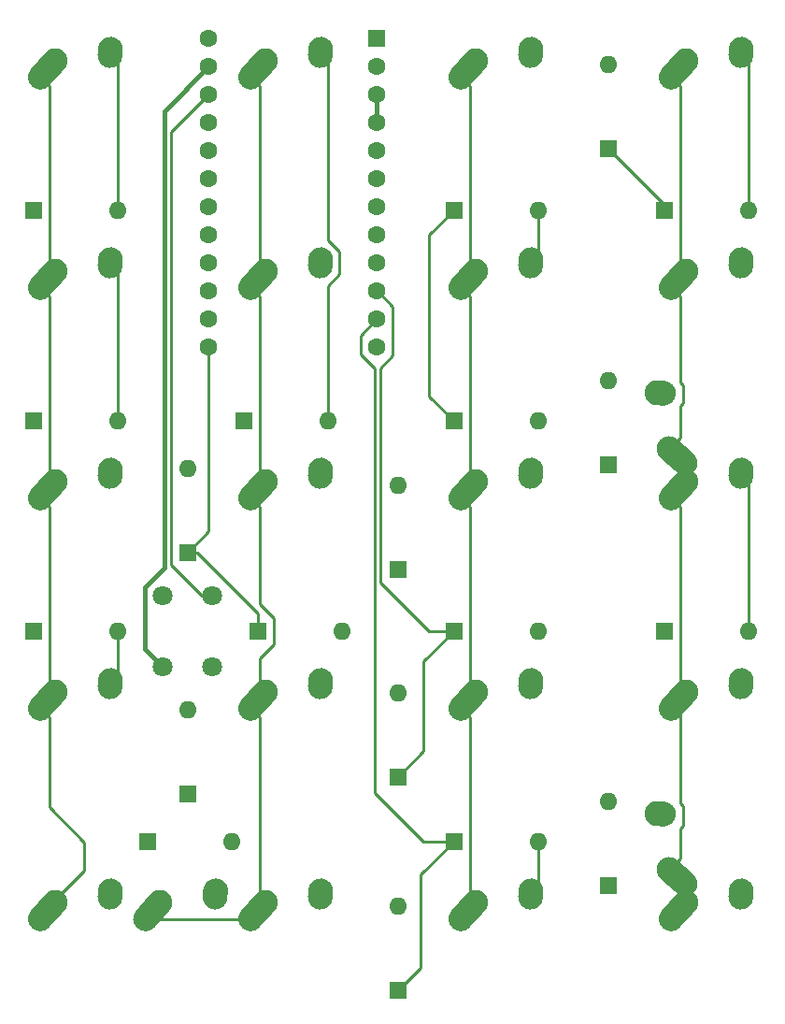
<source format=gtl>
G04 #@! TF.GenerationSoftware,KiCad,Pcbnew,5.1.10-5.1.10*
G04 #@! TF.CreationDate,2021-07-11T16:52:34+05:30*
G04 #@! TF.ProjectId,Soyuz,536f7975-7a2e-46b6-9963-61645f706362,rev?*
G04 #@! TF.SameCoordinates,Original*
G04 #@! TF.FileFunction,Copper,L1,Top*
G04 #@! TF.FilePolarity,Positive*
%FSLAX46Y46*%
G04 Gerber Fmt 4.6, Leading zero omitted, Abs format (unit mm)*
G04 Created by KiCad (PCBNEW 5.1.10-5.1.10) date 2021-07-11 16:52:34*
%MOMM*%
%LPD*%
G01*
G04 APERTURE LIST*
G04 #@! TA.AperFunction,ComponentPad*
%ADD10C,1.600000*%
G04 #@! TD*
G04 #@! TA.AperFunction,ComponentPad*
%ADD11R,1.600000X1.600000*%
G04 #@! TD*
G04 #@! TA.AperFunction,ComponentPad*
%ADD12C,2.250000*%
G04 #@! TD*
G04 #@! TA.AperFunction,ComponentPad*
%ADD13C,1.800000*%
G04 #@! TD*
G04 #@! TA.AperFunction,ComponentPad*
%ADD14O,1.600000X1.600000*%
G04 #@! TD*
G04 #@! TA.AperFunction,Conductor*
%ADD15C,0.250000*%
G04 #@! TD*
G04 #@! TA.AperFunction,Conductor*
%ADD16C,0.381000*%
G04 #@! TD*
G04 APERTURE END LIST*
D10*
X51117500Y-33655000D03*
X51117500Y-36195000D03*
X51117500Y-38735000D03*
X51117500Y-41275000D03*
X51117500Y-43815000D03*
X51117500Y-46355000D03*
X51117500Y-48895000D03*
X51117500Y-51435000D03*
X51117500Y-53975000D03*
X51117500Y-56515000D03*
X51117500Y-59055000D03*
X51117500Y-61595000D03*
X66357500Y-61595000D03*
X66357500Y-59055000D03*
X66357500Y-56515000D03*
X66357500Y-53975000D03*
X66357500Y-51435000D03*
X66357500Y-48895000D03*
X66357500Y-46355000D03*
X66357500Y-43815000D03*
X66357500Y-41275000D03*
X66357500Y-38735000D03*
X66357500Y-36195000D03*
D11*
X66357500Y-33655000D03*
D12*
X37187500Y-35687500D03*
G04 #@! TA.AperFunction,ComponentPad*
G36*
G01*
X35126188Y-37984850D02*
X35126183Y-37984845D01*
G75*
G02*
X35040155Y-36396183I751317J837345D01*
G01*
X36350157Y-34936183D01*
G75*
G02*
X37938819Y-34850155I837345J-751317D01*
G01*
X37938819Y-34850155D01*
G75*
G02*
X38024847Y-36438817I-751317J-837345D01*
G01*
X36714845Y-37898817D01*
G75*
G02*
X35126183Y-37984845I-837345J751317D01*
G01*
G37*
G04 #@! TD.AperFunction*
X42227500Y-34607500D03*
G04 #@! TA.AperFunction,ComponentPad*
G36*
G01*
X42110983Y-36309895D02*
X42110097Y-36309834D01*
G75*
G02*
X41065166Y-35110097I77403J1122334D01*
G01*
X41105166Y-34530097D01*
G75*
G02*
X42304903Y-33485166I1122334J-77403D01*
G01*
X42304903Y-33485166D01*
G75*
G02*
X43349834Y-34684903I-77403J-1122334D01*
G01*
X43309834Y-35264903D01*
G75*
G02*
X42110097Y-36309834I-1122334J77403D01*
G01*
G37*
G04 #@! TD.AperFunction*
X56237500Y-35687500D03*
G04 #@! TA.AperFunction,ComponentPad*
G36*
G01*
X54176188Y-37984850D02*
X54176183Y-37984845D01*
G75*
G02*
X54090155Y-36396183I751317J837345D01*
G01*
X55400157Y-34936183D01*
G75*
G02*
X56988819Y-34850155I837345J-751317D01*
G01*
X56988819Y-34850155D01*
G75*
G02*
X57074847Y-36438817I-751317J-837345D01*
G01*
X55764845Y-37898817D01*
G75*
G02*
X54176183Y-37984845I-837345J751317D01*
G01*
G37*
G04 #@! TD.AperFunction*
X61277500Y-34607500D03*
G04 #@! TA.AperFunction,ComponentPad*
G36*
G01*
X61160983Y-36309895D02*
X61160097Y-36309834D01*
G75*
G02*
X60115166Y-35110097I77403J1122334D01*
G01*
X60155166Y-34530097D01*
G75*
G02*
X61354903Y-33485166I1122334J-77403D01*
G01*
X61354903Y-33485166D01*
G75*
G02*
X62399834Y-34684903I-77403J-1122334D01*
G01*
X62359834Y-35264903D01*
G75*
G02*
X61160097Y-36309834I-1122334J77403D01*
G01*
G37*
G04 #@! TD.AperFunction*
X75287500Y-35687500D03*
G04 #@! TA.AperFunction,ComponentPad*
G36*
G01*
X73226188Y-37984850D02*
X73226183Y-37984845D01*
G75*
G02*
X73140155Y-36396183I751317J837345D01*
G01*
X74450157Y-34936183D01*
G75*
G02*
X76038819Y-34850155I837345J-751317D01*
G01*
X76038819Y-34850155D01*
G75*
G02*
X76124847Y-36438817I-751317J-837345D01*
G01*
X74814845Y-37898817D01*
G75*
G02*
X73226183Y-37984845I-837345J751317D01*
G01*
G37*
G04 #@! TD.AperFunction*
X80327500Y-34607500D03*
G04 #@! TA.AperFunction,ComponentPad*
G36*
G01*
X80210983Y-36309895D02*
X80210097Y-36309834D01*
G75*
G02*
X79165166Y-35110097I77403J1122334D01*
G01*
X79205166Y-34530097D01*
G75*
G02*
X80404903Y-33485166I1122334J-77403D01*
G01*
X80404903Y-33485166D01*
G75*
G02*
X81449834Y-34684903I-77403J-1122334D01*
G01*
X81409834Y-35264903D01*
G75*
G02*
X80210097Y-36309834I-1122334J77403D01*
G01*
G37*
G04 #@! TD.AperFunction*
X94337500Y-35687500D03*
G04 #@! TA.AperFunction,ComponentPad*
G36*
G01*
X92276188Y-37984850D02*
X92276183Y-37984845D01*
G75*
G02*
X92190155Y-36396183I751317J837345D01*
G01*
X93500157Y-34936183D01*
G75*
G02*
X95088819Y-34850155I837345J-751317D01*
G01*
X95088819Y-34850155D01*
G75*
G02*
X95174847Y-36438817I-751317J-837345D01*
G01*
X93864845Y-37898817D01*
G75*
G02*
X92276183Y-37984845I-837345J751317D01*
G01*
G37*
G04 #@! TD.AperFunction*
X99377500Y-34607500D03*
G04 #@! TA.AperFunction,ComponentPad*
G36*
G01*
X99260983Y-36309895D02*
X99260097Y-36309834D01*
G75*
G02*
X98215166Y-35110097I77403J1122334D01*
G01*
X98255166Y-34530097D01*
G75*
G02*
X99454903Y-33485166I1122334J-77403D01*
G01*
X99454903Y-33485166D01*
G75*
G02*
X100499834Y-34684903I-77403J-1122334D01*
G01*
X100459834Y-35264903D01*
G75*
G02*
X99260097Y-36309834I-1122334J77403D01*
G01*
G37*
G04 #@! TD.AperFunction*
X37187500Y-54737500D03*
G04 #@! TA.AperFunction,ComponentPad*
G36*
G01*
X35126188Y-57034850D02*
X35126183Y-57034845D01*
G75*
G02*
X35040155Y-55446183I751317J837345D01*
G01*
X36350157Y-53986183D01*
G75*
G02*
X37938819Y-53900155I837345J-751317D01*
G01*
X37938819Y-53900155D01*
G75*
G02*
X38024847Y-55488817I-751317J-837345D01*
G01*
X36714845Y-56948817D01*
G75*
G02*
X35126183Y-57034845I-837345J751317D01*
G01*
G37*
G04 #@! TD.AperFunction*
X42227500Y-53657500D03*
G04 #@! TA.AperFunction,ComponentPad*
G36*
G01*
X42110983Y-55359895D02*
X42110097Y-55359834D01*
G75*
G02*
X41065166Y-54160097I77403J1122334D01*
G01*
X41105166Y-53580097D01*
G75*
G02*
X42304903Y-52535166I1122334J-77403D01*
G01*
X42304903Y-52535166D01*
G75*
G02*
X43349834Y-53734903I-77403J-1122334D01*
G01*
X43309834Y-54314903D01*
G75*
G02*
X42110097Y-55359834I-1122334J77403D01*
G01*
G37*
G04 #@! TD.AperFunction*
X56237500Y-54737500D03*
G04 #@! TA.AperFunction,ComponentPad*
G36*
G01*
X54176188Y-57034850D02*
X54176183Y-57034845D01*
G75*
G02*
X54090155Y-55446183I751317J837345D01*
G01*
X55400157Y-53986183D01*
G75*
G02*
X56988819Y-53900155I837345J-751317D01*
G01*
X56988819Y-53900155D01*
G75*
G02*
X57074847Y-55488817I-751317J-837345D01*
G01*
X55764845Y-56948817D01*
G75*
G02*
X54176183Y-57034845I-837345J751317D01*
G01*
G37*
G04 #@! TD.AperFunction*
X61277500Y-53657500D03*
G04 #@! TA.AperFunction,ComponentPad*
G36*
G01*
X61160983Y-55359895D02*
X61160097Y-55359834D01*
G75*
G02*
X60115166Y-54160097I77403J1122334D01*
G01*
X60155166Y-53580097D01*
G75*
G02*
X61354903Y-52535166I1122334J-77403D01*
G01*
X61354903Y-52535166D01*
G75*
G02*
X62399834Y-53734903I-77403J-1122334D01*
G01*
X62359834Y-54314903D01*
G75*
G02*
X61160097Y-55359834I-1122334J77403D01*
G01*
G37*
G04 #@! TD.AperFunction*
X75287500Y-54737500D03*
G04 #@! TA.AperFunction,ComponentPad*
G36*
G01*
X73226188Y-57034850D02*
X73226183Y-57034845D01*
G75*
G02*
X73140155Y-55446183I751317J837345D01*
G01*
X74450157Y-53986183D01*
G75*
G02*
X76038819Y-53900155I837345J-751317D01*
G01*
X76038819Y-53900155D01*
G75*
G02*
X76124847Y-55488817I-751317J-837345D01*
G01*
X74814845Y-56948817D01*
G75*
G02*
X73226183Y-57034845I-837345J751317D01*
G01*
G37*
G04 #@! TD.AperFunction*
X80327500Y-53657500D03*
G04 #@! TA.AperFunction,ComponentPad*
G36*
G01*
X80210983Y-55359895D02*
X80210097Y-55359834D01*
G75*
G02*
X79165166Y-54160097I77403J1122334D01*
G01*
X79205166Y-53580097D01*
G75*
G02*
X80404903Y-52535166I1122334J-77403D01*
G01*
X80404903Y-52535166D01*
G75*
G02*
X81449834Y-53734903I-77403J-1122334D01*
G01*
X81409834Y-54314903D01*
G75*
G02*
X80210097Y-55359834I-1122334J77403D01*
G01*
G37*
G04 #@! TD.AperFunction*
X94337500Y-54737500D03*
G04 #@! TA.AperFunction,ComponentPad*
G36*
G01*
X92276188Y-57034850D02*
X92276183Y-57034845D01*
G75*
G02*
X92190155Y-55446183I751317J837345D01*
G01*
X93500157Y-53986183D01*
G75*
G02*
X95088819Y-53900155I837345J-751317D01*
G01*
X95088819Y-53900155D01*
G75*
G02*
X95174847Y-55488817I-751317J-837345D01*
G01*
X93864845Y-56948817D01*
G75*
G02*
X92276183Y-57034845I-837345J751317D01*
G01*
G37*
G04 #@! TD.AperFunction*
X99377500Y-53657500D03*
G04 #@! TA.AperFunction,ComponentPad*
G36*
G01*
X99260983Y-55359895D02*
X99260097Y-55359834D01*
G75*
G02*
X98215166Y-54160097I77403J1122334D01*
G01*
X98255166Y-53580097D01*
G75*
G02*
X99454903Y-52535166I1122334J-77403D01*
G01*
X99454903Y-52535166D01*
G75*
G02*
X100499834Y-53734903I-77403J-1122334D01*
G01*
X100459834Y-54314903D01*
G75*
G02*
X99260097Y-55359834I-1122334J77403D01*
G01*
G37*
G04 #@! TD.AperFunction*
X92837500Y-70762500D03*
G04 #@! TA.AperFunction,ComponentPad*
G36*
G01*
X95134850Y-72823812D02*
X95134845Y-72823817D01*
G75*
G02*
X93546183Y-72909845I-837345J751317D01*
G01*
X92086183Y-71599843D01*
G75*
G02*
X92000155Y-70011181I751317J837345D01*
G01*
X92000155Y-70011181D01*
G75*
G02*
X93588817Y-69925153I837345J-751317D01*
G01*
X95048817Y-71235155D01*
G75*
G02*
X95134845Y-72823817I-751317J-837345D01*
G01*
G37*
G04 #@! TD.AperFunction*
X91757500Y-65722500D03*
G04 #@! TA.AperFunction,ComponentPad*
G36*
G01*
X93459895Y-65839017D02*
X93459834Y-65839903D01*
G75*
G02*
X92260097Y-66884834I-1122334J77403D01*
G01*
X91680097Y-66844834D01*
G75*
G02*
X90635166Y-65645097I77403J1122334D01*
G01*
X90635166Y-65645097D01*
G75*
G02*
X91834903Y-64600166I1122334J-77403D01*
G01*
X92414903Y-64640166D01*
G75*
G02*
X93459834Y-65839903I-77403J-1122334D01*
G01*
G37*
G04 #@! TD.AperFunction*
X37187500Y-73787500D03*
G04 #@! TA.AperFunction,ComponentPad*
G36*
G01*
X35126188Y-76084850D02*
X35126183Y-76084845D01*
G75*
G02*
X35040155Y-74496183I751317J837345D01*
G01*
X36350157Y-73036183D01*
G75*
G02*
X37938819Y-72950155I837345J-751317D01*
G01*
X37938819Y-72950155D01*
G75*
G02*
X38024847Y-74538817I-751317J-837345D01*
G01*
X36714845Y-75998817D01*
G75*
G02*
X35126183Y-76084845I-837345J751317D01*
G01*
G37*
G04 #@! TD.AperFunction*
X42227500Y-72707500D03*
G04 #@! TA.AperFunction,ComponentPad*
G36*
G01*
X42110983Y-74409895D02*
X42110097Y-74409834D01*
G75*
G02*
X41065166Y-73210097I77403J1122334D01*
G01*
X41105166Y-72630097D01*
G75*
G02*
X42304903Y-71585166I1122334J-77403D01*
G01*
X42304903Y-71585166D01*
G75*
G02*
X43349834Y-72784903I-77403J-1122334D01*
G01*
X43309834Y-73364903D01*
G75*
G02*
X42110097Y-74409834I-1122334J77403D01*
G01*
G37*
G04 #@! TD.AperFunction*
X56237500Y-73787500D03*
G04 #@! TA.AperFunction,ComponentPad*
G36*
G01*
X54176188Y-76084850D02*
X54176183Y-76084845D01*
G75*
G02*
X54090155Y-74496183I751317J837345D01*
G01*
X55400157Y-73036183D01*
G75*
G02*
X56988819Y-72950155I837345J-751317D01*
G01*
X56988819Y-72950155D01*
G75*
G02*
X57074847Y-74538817I-751317J-837345D01*
G01*
X55764845Y-75998817D01*
G75*
G02*
X54176183Y-76084845I-837345J751317D01*
G01*
G37*
G04 #@! TD.AperFunction*
X61277500Y-72707500D03*
G04 #@! TA.AperFunction,ComponentPad*
G36*
G01*
X61160983Y-74409895D02*
X61160097Y-74409834D01*
G75*
G02*
X60115166Y-73210097I77403J1122334D01*
G01*
X60155166Y-72630097D01*
G75*
G02*
X61354903Y-71585166I1122334J-77403D01*
G01*
X61354903Y-71585166D01*
G75*
G02*
X62399834Y-72784903I-77403J-1122334D01*
G01*
X62359834Y-73364903D01*
G75*
G02*
X61160097Y-74409834I-1122334J77403D01*
G01*
G37*
G04 #@! TD.AperFunction*
X75287500Y-73787500D03*
G04 #@! TA.AperFunction,ComponentPad*
G36*
G01*
X73226188Y-76084850D02*
X73226183Y-76084845D01*
G75*
G02*
X73140155Y-74496183I751317J837345D01*
G01*
X74450157Y-73036183D01*
G75*
G02*
X76038819Y-72950155I837345J-751317D01*
G01*
X76038819Y-72950155D01*
G75*
G02*
X76124847Y-74538817I-751317J-837345D01*
G01*
X74814845Y-75998817D01*
G75*
G02*
X73226183Y-76084845I-837345J751317D01*
G01*
G37*
G04 #@! TD.AperFunction*
X80327500Y-72707500D03*
G04 #@! TA.AperFunction,ComponentPad*
G36*
G01*
X80210983Y-74409895D02*
X80210097Y-74409834D01*
G75*
G02*
X79165166Y-73210097I77403J1122334D01*
G01*
X79205166Y-72630097D01*
G75*
G02*
X80404903Y-71585166I1122334J-77403D01*
G01*
X80404903Y-71585166D01*
G75*
G02*
X81449834Y-72784903I-77403J-1122334D01*
G01*
X81409834Y-73364903D01*
G75*
G02*
X80210097Y-74409834I-1122334J77403D01*
G01*
G37*
G04 #@! TD.AperFunction*
X94337500Y-73787500D03*
G04 #@! TA.AperFunction,ComponentPad*
G36*
G01*
X92276188Y-76084850D02*
X92276183Y-76084845D01*
G75*
G02*
X92190155Y-74496183I751317J837345D01*
G01*
X93500157Y-73036183D01*
G75*
G02*
X95088819Y-72950155I837345J-751317D01*
G01*
X95088819Y-72950155D01*
G75*
G02*
X95174847Y-74538817I-751317J-837345D01*
G01*
X93864845Y-75998817D01*
G75*
G02*
X92276183Y-76084845I-837345J751317D01*
G01*
G37*
G04 #@! TD.AperFunction*
X99377500Y-72707500D03*
G04 #@! TA.AperFunction,ComponentPad*
G36*
G01*
X99260983Y-74409895D02*
X99260097Y-74409834D01*
G75*
G02*
X98215166Y-73210097I77403J1122334D01*
G01*
X98255166Y-72630097D01*
G75*
G02*
X99454903Y-71585166I1122334J-77403D01*
G01*
X99454903Y-71585166D01*
G75*
G02*
X100499834Y-72784903I-77403J-1122334D01*
G01*
X100459834Y-73364903D01*
G75*
G02*
X99260097Y-74409834I-1122334J77403D01*
G01*
G37*
G04 #@! TD.AperFunction*
X37187500Y-92837500D03*
G04 #@! TA.AperFunction,ComponentPad*
G36*
G01*
X35126188Y-95134850D02*
X35126183Y-95134845D01*
G75*
G02*
X35040155Y-93546183I751317J837345D01*
G01*
X36350157Y-92086183D01*
G75*
G02*
X37938819Y-92000155I837345J-751317D01*
G01*
X37938819Y-92000155D01*
G75*
G02*
X38024847Y-93588817I-751317J-837345D01*
G01*
X36714845Y-95048817D01*
G75*
G02*
X35126183Y-95134845I-837345J751317D01*
G01*
G37*
G04 #@! TD.AperFunction*
X42227500Y-91757500D03*
G04 #@! TA.AperFunction,ComponentPad*
G36*
G01*
X42110983Y-93459895D02*
X42110097Y-93459834D01*
G75*
G02*
X41065166Y-92260097I77403J1122334D01*
G01*
X41105166Y-91680097D01*
G75*
G02*
X42304903Y-90635166I1122334J-77403D01*
G01*
X42304903Y-90635166D01*
G75*
G02*
X43349834Y-91834903I-77403J-1122334D01*
G01*
X43309834Y-92414903D01*
G75*
G02*
X42110097Y-93459834I-1122334J77403D01*
G01*
G37*
G04 #@! TD.AperFunction*
X56237500Y-92837500D03*
G04 #@! TA.AperFunction,ComponentPad*
G36*
G01*
X54176188Y-95134850D02*
X54176183Y-95134845D01*
G75*
G02*
X54090155Y-93546183I751317J837345D01*
G01*
X55400157Y-92086183D01*
G75*
G02*
X56988819Y-92000155I837345J-751317D01*
G01*
X56988819Y-92000155D01*
G75*
G02*
X57074847Y-93588817I-751317J-837345D01*
G01*
X55764845Y-95048817D01*
G75*
G02*
X54176183Y-95134845I-837345J751317D01*
G01*
G37*
G04 #@! TD.AperFunction*
X61277500Y-91757500D03*
G04 #@! TA.AperFunction,ComponentPad*
G36*
G01*
X61160983Y-93459895D02*
X61160097Y-93459834D01*
G75*
G02*
X60115166Y-92260097I77403J1122334D01*
G01*
X60155166Y-91680097D01*
G75*
G02*
X61354903Y-90635166I1122334J-77403D01*
G01*
X61354903Y-90635166D01*
G75*
G02*
X62399834Y-91834903I-77403J-1122334D01*
G01*
X62359834Y-92414903D01*
G75*
G02*
X61160097Y-93459834I-1122334J77403D01*
G01*
G37*
G04 #@! TD.AperFunction*
X75287500Y-92837500D03*
G04 #@! TA.AperFunction,ComponentPad*
G36*
G01*
X73226188Y-95134850D02*
X73226183Y-95134845D01*
G75*
G02*
X73140155Y-93546183I751317J837345D01*
G01*
X74450157Y-92086183D01*
G75*
G02*
X76038819Y-92000155I837345J-751317D01*
G01*
X76038819Y-92000155D01*
G75*
G02*
X76124847Y-93588817I-751317J-837345D01*
G01*
X74814845Y-95048817D01*
G75*
G02*
X73226183Y-95134845I-837345J751317D01*
G01*
G37*
G04 #@! TD.AperFunction*
X80327500Y-91757500D03*
G04 #@! TA.AperFunction,ComponentPad*
G36*
G01*
X80210983Y-93459895D02*
X80210097Y-93459834D01*
G75*
G02*
X79165166Y-92260097I77403J1122334D01*
G01*
X79205166Y-91680097D01*
G75*
G02*
X80404903Y-90635166I1122334J-77403D01*
G01*
X80404903Y-90635166D01*
G75*
G02*
X81449834Y-91834903I-77403J-1122334D01*
G01*
X81409834Y-92414903D01*
G75*
G02*
X80210097Y-93459834I-1122334J77403D01*
G01*
G37*
G04 #@! TD.AperFunction*
X94337500Y-92837500D03*
G04 #@! TA.AperFunction,ComponentPad*
G36*
G01*
X92276188Y-95134850D02*
X92276183Y-95134845D01*
G75*
G02*
X92190155Y-93546183I751317J837345D01*
G01*
X93500157Y-92086183D01*
G75*
G02*
X95088819Y-92000155I837345J-751317D01*
G01*
X95088819Y-92000155D01*
G75*
G02*
X95174847Y-93588817I-751317J-837345D01*
G01*
X93864845Y-95048817D01*
G75*
G02*
X92276183Y-95134845I-837345J751317D01*
G01*
G37*
G04 #@! TD.AperFunction*
X99377500Y-91757500D03*
G04 #@! TA.AperFunction,ComponentPad*
G36*
G01*
X99260983Y-93459895D02*
X99260097Y-93459834D01*
G75*
G02*
X98215166Y-92260097I77403J1122334D01*
G01*
X98255166Y-91680097D01*
G75*
G02*
X99454903Y-90635166I1122334J-77403D01*
G01*
X99454903Y-90635166D01*
G75*
G02*
X100499834Y-91834903I-77403J-1122334D01*
G01*
X100459834Y-92414903D01*
G75*
G02*
X99260097Y-93459834I-1122334J77403D01*
G01*
G37*
G04 #@! TD.AperFunction*
X92837500Y-108862500D03*
G04 #@! TA.AperFunction,ComponentPad*
G36*
G01*
X95134850Y-110923812D02*
X95134845Y-110923817D01*
G75*
G02*
X93546183Y-111009845I-837345J751317D01*
G01*
X92086183Y-109699843D01*
G75*
G02*
X92000155Y-108111181I751317J837345D01*
G01*
X92000155Y-108111181D01*
G75*
G02*
X93588817Y-108025153I837345J-751317D01*
G01*
X95048817Y-109335155D01*
G75*
G02*
X95134845Y-110923817I-751317J-837345D01*
G01*
G37*
G04 #@! TD.AperFunction*
X91757500Y-103822500D03*
G04 #@! TA.AperFunction,ComponentPad*
G36*
G01*
X93459895Y-103939017D02*
X93459834Y-103939903D01*
G75*
G02*
X92260097Y-104984834I-1122334J77403D01*
G01*
X91680097Y-104944834D01*
G75*
G02*
X90635166Y-103745097I77403J1122334D01*
G01*
X90635166Y-103745097D01*
G75*
G02*
X91834903Y-102700166I1122334J-77403D01*
G01*
X92414903Y-102740166D01*
G75*
G02*
X93459834Y-103939903I-77403J-1122334D01*
G01*
G37*
G04 #@! TD.AperFunction*
X37187500Y-111887500D03*
G04 #@! TA.AperFunction,ComponentPad*
G36*
G01*
X35126188Y-114184850D02*
X35126183Y-114184845D01*
G75*
G02*
X35040155Y-112596183I751317J837345D01*
G01*
X36350157Y-111136183D01*
G75*
G02*
X37938819Y-111050155I837345J-751317D01*
G01*
X37938819Y-111050155D01*
G75*
G02*
X38024847Y-112638817I-751317J-837345D01*
G01*
X36714845Y-114098817D01*
G75*
G02*
X35126183Y-114184845I-837345J751317D01*
G01*
G37*
G04 #@! TD.AperFunction*
X42227500Y-110807500D03*
G04 #@! TA.AperFunction,ComponentPad*
G36*
G01*
X42110983Y-112509895D02*
X42110097Y-112509834D01*
G75*
G02*
X41065166Y-111310097I77403J1122334D01*
G01*
X41105166Y-110730097D01*
G75*
G02*
X42304903Y-109685166I1122334J-77403D01*
G01*
X42304903Y-109685166D01*
G75*
G02*
X43349834Y-110884903I-77403J-1122334D01*
G01*
X43309834Y-111464903D01*
G75*
G02*
X42110097Y-112509834I-1122334J77403D01*
G01*
G37*
G04 #@! TD.AperFunction*
X56237500Y-111887500D03*
G04 #@! TA.AperFunction,ComponentPad*
G36*
G01*
X54176188Y-114184850D02*
X54176183Y-114184845D01*
G75*
G02*
X54090155Y-112596183I751317J837345D01*
G01*
X55400157Y-111136183D01*
G75*
G02*
X56988819Y-111050155I837345J-751317D01*
G01*
X56988819Y-111050155D01*
G75*
G02*
X57074847Y-112638817I-751317J-837345D01*
G01*
X55764845Y-114098817D01*
G75*
G02*
X54176183Y-114184845I-837345J751317D01*
G01*
G37*
G04 #@! TD.AperFunction*
X61277500Y-110807500D03*
G04 #@! TA.AperFunction,ComponentPad*
G36*
G01*
X61160983Y-112509895D02*
X61160097Y-112509834D01*
G75*
G02*
X60115166Y-111310097I77403J1122334D01*
G01*
X60155166Y-110730097D01*
G75*
G02*
X61354903Y-109685166I1122334J-77403D01*
G01*
X61354903Y-109685166D01*
G75*
G02*
X62399834Y-110884903I-77403J-1122334D01*
G01*
X62359834Y-111464903D01*
G75*
G02*
X61160097Y-112509834I-1122334J77403D01*
G01*
G37*
G04 #@! TD.AperFunction*
X75287500Y-111887500D03*
G04 #@! TA.AperFunction,ComponentPad*
G36*
G01*
X73226188Y-114184850D02*
X73226183Y-114184845D01*
G75*
G02*
X73140155Y-112596183I751317J837345D01*
G01*
X74450157Y-111136183D01*
G75*
G02*
X76038819Y-111050155I837345J-751317D01*
G01*
X76038819Y-111050155D01*
G75*
G02*
X76124847Y-112638817I-751317J-837345D01*
G01*
X74814845Y-114098817D01*
G75*
G02*
X73226183Y-114184845I-837345J751317D01*
G01*
G37*
G04 #@! TD.AperFunction*
X80327500Y-110807500D03*
G04 #@! TA.AperFunction,ComponentPad*
G36*
G01*
X80210983Y-112509895D02*
X80210097Y-112509834D01*
G75*
G02*
X79165166Y-111310097I77403J1122334D01*
G01*
X79205166Y-110730097D01*
G75*
G02*
X80404903Y-109685166I1122334J-77403D01*
G01*
X80404903Y-109685166D01*
G75*
G02*
X81449834Y-110884903I-77403J-1122334D01*
G01*
X81409834Y-111464903D01*
G75*
G02*
X80210097Y-112509834I-1122334J77403D01*
G01*
G37*
G04 #@! TD.AperFunction*
X94337500Y-111887500D03*
G04 #@! TA.AperFunction,ComponentPad*
G36*
G01*
X92276188Y-114184850D02*
X92276183Y-114184845D01*
G75*
G02*
X92190155Y-112596183I751317J837345D01*
G01*
X93500157Y-111136183D01*
G75*
G02*
X95088819Y-111050155I837345J-751317D01*
G01*
X95088819Y-111050155D01*
G75*
G02*
X95174847Y-112638817I-751317J-837345D01*
G01*
X93864845Y-114098817D01*
G75*
G02*
X92276183Y-114184845I-837345J751317D01*
G01*
G37*
G04 #@! TD.AperFunction*
X99377500Y-110807500D03*
G04 #@! TA.AperFunction,ComponentPad*
G36*
G01*
X99260983Y-112509895D02*
X99260097Y-112509834D01*
G75*
G02*
X98215166Y-111310097I77403J1122334D01*
G01*
X98255166Y-110730097D01*
G75*
G02*
X99454903Y-109685166I1122334J-77403D01*
G01*
X99454903Y-109685166D01*
G75*
G02*
X100499834Y-110884903I-77403J-1122334D01*
G01*
X100459834Y-111464903D01*
G75*
G02*
X99260097Y-112509834I-1122334J77403D01*
G01*
G37*
G04 #@! TD.AperFunction*
X46712500Y-111887500D03*
G04 #@! TA.AperFunction,ComponentPad*
G36*
G01*
X44651188Y-114184850D02*
X44651183Y-114184845D01*
G75*
G02*
X44565155Y-112596183I751317J837345D01*
G01*
X45875157Y-111136183D01*
G75*
G02*
X47463819Y-111050155I837345J-751317D01*
G01*
X47463819Y-111050155D01*
G75*
G02*
X47549847Y-112638817I-751317J-837345D01*
G01*
X46239845Y-114098817D01*
G75*
G02*
X44651183Y-114184845I-837345J751317D01*
G01*
G37*
G04 #@! TD.AperFunction*
X51752500Y-110807500D03*
G04 #@! TA.AperFunction,ComponentPad*
G36*
G01*
X51635983Y-112509895D02*
X51635097Y-112509834D01*
G75*
G02*
X50590166Y-111310097I77403J1122334D01*
G01*
X50630166Y-110730097D01*
G75*
G02*
X51829903Y-109685166I1122334J-77403D01*
G01*
X51829903Y-109685166D01*
G75*
G02*
X52874834Y-110884903I-77403J-1122334D01*
G01*
X52834834Y-111464903D01*
G75*
G02*
X51635097Y-112509834I-1122334J77403D01*
G01*
G37*
G04 #@! TD.AperFunction*
D13*
X51462500Y-90562500D03*
X46962500Y-84062500D03*
X46962500Y-90562500D03*
X51462500Y-84062500D03*
D14*
X42862500Y-49212500D03*
D11*
X35242500Y-49212500D03*
D14*
X61912500Y-68262500D03*
D11*
X54292500Y-68262500D03*
D14*
X87312500Y-36036250D03*
D11*
X87312500Y-43656250D03*
X92392500Y-49212500D03*
D14*
X100012500Y-49212500D03*
X42862500Y-68262500D03*
D11*
X35242500Y-68262500D03*
X73342500Y-68262500D03*
D14*
X80962500Y-68262500D03*
X80962500Y-49212500D03*
D11*
X73342500Y-49212500D03*
X87312500Y-72231250D03*
D14*
X87312500Y-64611250D03*
X49212500Y-72548750D03*
D11*
X49212500Y-80168750D03*
X68262500Y-81756250D03*
D14*
X68262500Y-74136250D03*
X63182500Y-87312500D03*
D11*
X55562500Y-87312500D03*
X92392500Y-87312500D03*
D14*
X100012500Y-87312500D03*
X42862500Y-87312500D03*
D11*
X35242500Y-87312500D03*
D14*
X49212500Y-94456250D03*
D11*
X49212500Y-102076250D03*
D14*
X68262500Y-92868750D03*
D11*
X68262500Y-100488750D03*
X73342500Y-87312500D03*
D14*
X80962500Y-87312500D03*
X53181250Y-106362500D03*
D11*
X45561250Y-106362500D03*
X68262500Y-119856250D03*
D14*
X68262500Y-112236250D03*
D11*
X73342500Y-106362500D03*
D14*
X80962500Y-106362500D03*
D11*
X87312500Y-110331250D03*
D14*
X87312500Y-102711250D03*
D15*
X42862500Y-35242500D02*
X42227500Y-34607500D01*
X42862500Y-49212500D02*
X42862500Y-35242500D01*
X61912500Y-68262500D02*
X61912500Y-56070500D01*
X61912500Y-56070500D02*
X62992000Y-54991000D01*
X62992000Y-54991000D02*
X62992000Y-52959000D01*
X62992000Y-52959000D02*
X61976000Y-51943000D01*
X61976000Y-35306000D02*
X61277500Y-34607500D01*
X61976000Y-51943000D02*
X61976000Y-35306000D01*
X100012500Y-35862500D02*
X99337500Y-35187500D01*
X100012500Y-49212500D02*
X100012500Y-35862500D01*
X42862500Y-54292500D02*
X42227500Y-53657500D01*
X42862500Y-68262500D02*
X42862500Y-54292500D01*
X80962500Y-53022500D02*
X80327500Y-53657500D01*
X80962500Y-49212500D02*
X80962500Y-53022500D01*
X100012500Y-73962500D02*
X99337500Y-73287500D01*
X100012500Y-87312500D02*
X100012500Y-73962500D01*
X42862500Y-91122500D02*
X42227500Y-91757500D01*
X42862500Y-87312500D02*
X42862500Y-91122500D01*
X80962500Y-110172500D02*
X80327500Y-110807500D01*
X80962500Y-106362500D02*
X80962500Y-110172500D01*
X51462500Y-84062500D02*
X50534500Y-84062500D01*
X50534500Y-84062500D02*
X47752000Y-81280000D01*
X47752000Y-42100500D02*
X51117500Y-38735000D01*
X47752000Y-81280000D02*
X47752000Y-42100500D01*
D16*
X66357500Y-38735000D02*
X66357500Y-41275000D01*
X46962500Y-90562500D02*
X46962500Y-90523500D01*
X46962500Y-90523500D02*
X45339000Y-88900000D01*
X45339000Y-88900000D02*
X45339000Y-83312000D01*
X45339000Y-83312000D02*
X47117000Y-81534000D01*
X47117000Y-40195500D02*
X51117500Y-36195000D01*
X47117000Y-81534000D02*
X47117000Y-40195500D01*
D15*
X92392500Y-48736250D02*
X87312500Y-43656250D01*
X92392500Y-49212500D02*
X92392500Y-48736250D01*
X71120000Y-66040000D02*
X73342500Y-68262500D01*
X73342500Y-49212500D02*
X71120000Y-51435000D01*
X71120000Y-51435000D02*
X71120000Y-66040000D01*
X49212500Y-80168750D02*
X50069750Y-80168750D01*
X55562500Y-85661500D02*
X55562500Y-87312500D01*
X50069750Y-80168750D02*
X55562500Y-85661500D01*
X51117500Y-78263750D02*
X49212500Y-80168750D01*
X51117500Y-61595000D02*
X51117500Y-78263750D01*
X68262500Y-100488750D02*
X68294250Y-100488750D01*
X68294250Y-100488750D02*
X70612000Y-98171000D01*
X70612000Y-90043000D02*
X73342500Y-87312500D01*
X70612000Y-98171000D02*
X70612000Y-90043000D01*
X66421000Y-56515000D02*
X66357500Y-56515000D01*
X73342500Y-87312500D02*
X71120000Y-87312500D01*
X71120000Y-87312500D02*
X66675000Y-82867500D01*
X66675000Y-82867500D02*
X66675000Y-63500000D01*
X66675000Y-63500000D02*
X67818000Y-62357000D01*
X67818000Y-62357000D02*
X67818000Y-57912000D01*
X67818000Y-57912000D02*
X66421000Y-56515000D01*
X70358000Y-117760750D02*
X68262500Y-119856250D01*
X73342500Y-106362500D02*
X70358000Y-109347000D01*
X70358000Y-109347000D02*
X70358000Y-117760750D01*
X70739000Y-106362500D02*
X73342500Y-106362500D01*
X64897000Y-60515500D02*
X64897000Y-62230000D01*
X64897000Y-62230000D02*
X66167000Y-63500000D01*
X66167000Y-63500000D02*
X66167000Y-101981000D01*
X66167000Y-101981000D02*
X70548500Y-106362500D01*
X66357500Y-59055000D02*
X64897000Y-60515500D01*
X70548500Y-106362500D02*
X70739000Y-106362500D01*
X36703000Y-76073000D02*
X35877500Y-75247500D01*
X35877500Y-94297500D02*
X36703000Y-93472000D01*
X36703000Y-93472000D02*
X36703000Y-76073000D01*
X36703000Y-54253000D02*
X37187500Y-54737500D01*
X36703000Y-37973000D02*
X36703000Y-54253000D01*
X35877500Y-37147500D02*
X36703000Y-37973000D01*
X36703000Y-74422000D02*
X35877500Y-75247500D01*
X36703000Y-57023000D02*
X36703000Y-74422000D01*
X35877500Y-56197500D02*
X36703000Y-57023000D01*
X36703000Y-95123000D02*
X35877500Y-94297500D01*
X36703000Y-103251000D02*
X36703000Y-95123000D01*
X39878000Y-106426000D02*
X36703000Y-103251000D01*
X39878000Y-108966000D02*
X39878000Y-106426000D01*
X35877500Y-113347500D02*
X35877500Y-112966500D01*
X35877500Y-112966500D02*
X39878000Y-108966000D01*
X55753000Y-37973000D02*
X54927500Y-37147500D01*
X54927500Y-56197500D02*
X55753000Y-55372000D01*
X55753000Y-55372000D02*
X55753000Y-37973000D01*
X55753000Y-57023000D02*
X54927500Y-56197500D01*
X54927500Y-75247500D02*
X55753000Y-74422000D01*
X55753000Y-74422000D02*
X55753000Y-57023000D01*
X55753000Y-76073000D02*
X54927500Y-75247500D01*
X56237500Y-92837500D02*
X55753000Y-92353000D01*
X55753000Y-92353000D02*
X55753000Y-89789000D01*
X55753000Y-89789000D02*
X57023000Y-88519000D01*
X57023000Y-88519000D02*
X57023000Y-86106000D01*
X57023000Y-86106000D02*
X55753000Y-84836000D01*
X55753000Y-84836000D02*
X55753000Y-76073000D01*
X45402500Y-113347500D02*
X54927500Y-113347500D01*
X55753000Y-95123000D02*
X54927500Y-94297500D01*
X54927500Y-113347500D02*
X55753000Y-112522000D01*
X55753000Y-112522000D02*
X55753000Y-95123000D01*
X73977500Y-56197500D02*
X74803000Y-55372000D01*
X74803000Y-37973000D02*
X73977500Y-37147500D01*
X74803000Y-55372000D02*
X74803000Y-37973000D01*
X74803000Y-57023000D02*
X73977500Y-56197500D01*
X73977500Y-75247500D02*
X74803000Y-74422000D01*
X74803000Y-74422000D02*
X74803000Y-57023000D01*
X74803000Y-76073000D02*
X73977500Y-75247500D01*
X73977500Y-94297500D02*
X74803000Y-93472000D01*
X74803000Y-93472000D02*
X74803000Y-76073000D01*
X74803000Y-95123000D02*
X73977500Y-94297500D01*
X73977500Y-113347500D02*
X74803000Y-112522000D01*
X74803000Y-112522000D02*
X74803000Y-95123000D01*
X93853000Y-37973000D02*
X93027500Y-37147500D01*
X93027500Y-56197500D02*
X93853000Y-55372000D01*
X93853000Y-55372000D02*
X93853000Y-37973000D01*
X93853000Y-57023000D02*
X93027500Y-56197500D01*
X93853000Y-69747000D02*
X93853000Y-66929000D01*
X92837500Y-70762500D02*
X93853000Y-69747000D01*
X93853000Y-66929000D02*
X94107000Y-66675000D01*
X94107000Y-66675000D02*
X94107000Y-65024000D01*
X94107000Y-65024000D02*
X93853000Y-64770000D01*
X93853000Y-64770000D02*
X93853000Y-57023000D01*
X94297500Y-73977500D02*
X93027500Y-75247500D01*
X94297500Y-72072500D02*
X94297500Y-73977500D01*
X93853000Y-76073000D02*
X93027500Y-75247500D01*
X93027500Y-94297500D02*
X93853000Y-93472000D01*
X93853000Y-93472000D02*
X93853000Y-76073000D01*
X93853000Y-96647000D02*
X93853000Y-102870000D01*
X93853000Y-102870000D02*
X94107000Y-103124000D01*
X94107000Y-103124000D02*
X94107000Y-104902000D01*
X94107000Y-104902000D02*
X93853000Y-105156000D01*
X93853000Y-107847000D02*
X92837500Y-108862500D01*
X93853000Y-105156000D02*
X93853000Y-107847000D01*
X94297500Y-112077500D02*
X93027500Y-113347500D01*
X94297500Y-110172500D02*
X94297500Y-112077500D01*
X93853000Y-93322000D02*
X94337500Y-92837500D01*
X93853000Y-96647000D02*
X93853000Y-93322000D01*
M02*

</source>
